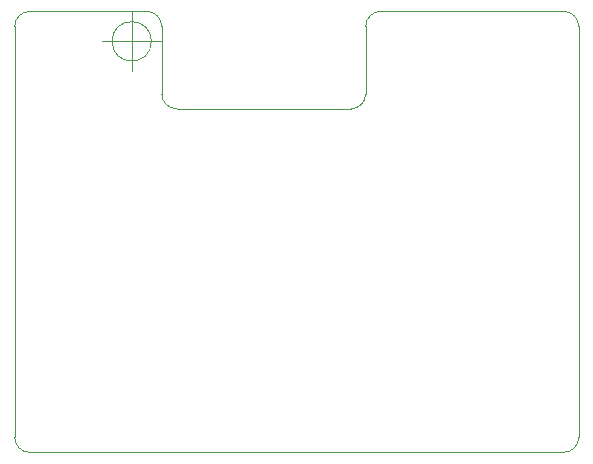
<source format=gbr>
%TF.GenerationSoftware,KiCad,Pcbnew,(5.99.0-7519-ga8269b6380)*%
%TF.CreationDate,2021-01-03T22:28:01+01:00*%
%TF.ProjectId,l0ggi,6c306767-692e-46b6-9963-61645f706362,rev?*%
%TF.SameCoordinates,Original*%
%TF.FileFunction,Profile,NP*%
%FSLAX46Y46*%
G04 Gerber Fmt 4.6, Leading zero omitted, Abs format (unit mm)*
G04 Created by KiCad (PCBNEW (5.99.0-7519-ga8269b6380)) date 2021-01-03 22:28:01*
%MOMM*%
%LPD*%
G01*
G04 APERTURE LIST*
%TA.AperFunction,Profile*%
%ADD10C,0.100000*%
%TD*%
G04 APERTURE END LIST*
D10*
X85090000Y-90678000D02*
G75*
G03*
X86360000Y-89408000I0J1270000D01*
G01*
X38608000Y-89408000D02*
G75*
G03*
X39878000Y-90678000I1270000J0D01*
G01*
X67056000Y-61595000D02*
G75*
G03*
X68326000Y-60325000I0J1270000D01*
G01*
X51054000Y-60325000D02*
G75*
G03*
X52324000Y-61595000I1270000J0D01*
G01*
X86360000Y-54610000D02*
G75*
G03*
X85090000Y-53340000I-1270000J0D01*
G01*
X69596000Y-53340000D02*
G75*
G03*
X68326000Y-54610000I0J-1270000D01*
G01*
X38608000Y-54609997D02*
G75*
G02*
X39878003Y-53340000I1270000J-3D01*
G01*
X49784003Y-53340000D02*
G75*
G02*
X51054000Y-54610003I-3J-1270000D01*
G01*
X39878003Y-53340000D02*
X49784000Y-53340003D01*
X38607997Y-89408000D02*
X38608000Y-54610000D01*
X85090000Y-90678000D02*
X39878000Y-90678000D01*
X86360000Y-54610000D02*
X86360000Y-89408000D01*
X69596000Y-53340000D02*
X85090000Y-53340000D01*
X50180666Y-55880000D02*
G75*
G03*
X50180666Y-55880000I-1666666J0D01*
G01*
X46014000Y-55880000D02*
X51014000Y-55880000D01*
X48514000Y-53380000D02*
X48514000Y-58380000D01*
X68326000Y-60325000D02*
X68326000Y-54610000D01*
X52324000Y-61595000D02*
X67056000Y-61595000D01*
X51054000Y-54610003D02*
X51054000Y-60325000D01*
M02*

</source>
